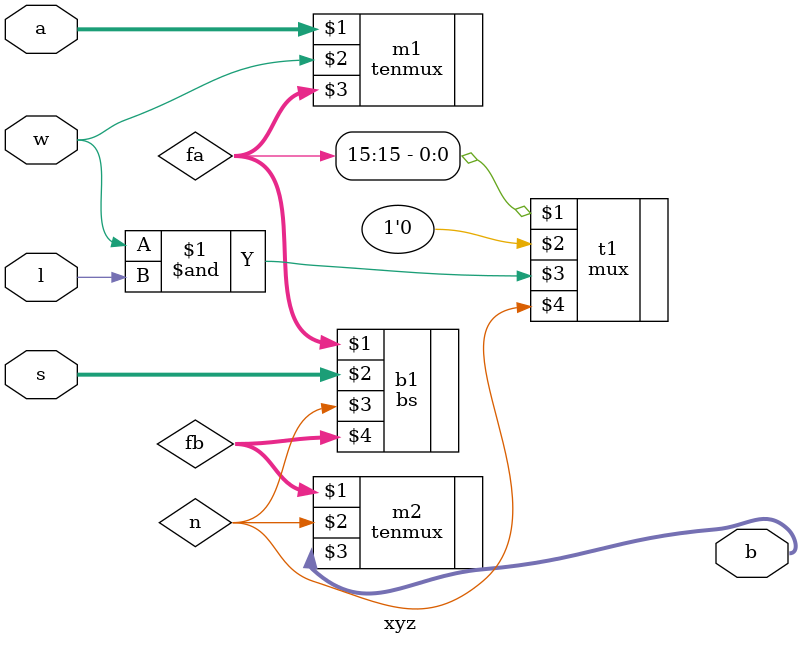
<source format=v>
`include "mux.v"
`include "barrel_shifter.v"
`include "tenmux.v"

module xyz(input [15:0]a, input[3:0]s,input w,input l,output [15:0]b);

// w decided the direction of shift
// w == 0  means left shift and w == 1 means right shift
// l decided the whether arithmatic or logic shift
// l == 1 means arithmetic shift

wire n ; //decided the newly enterd bit 
wire [15:0]fa,fb;

tenmux m1(a[15:0],w,fa[15:0]);
mux t1(fa[15],1'b0,w&l,n);
bs b1(fa[15:0],s[3:0],n,fb[15:0]);
tenmux m2(fb[15:0],n,b[15:0]);

endmodule 



</source>
